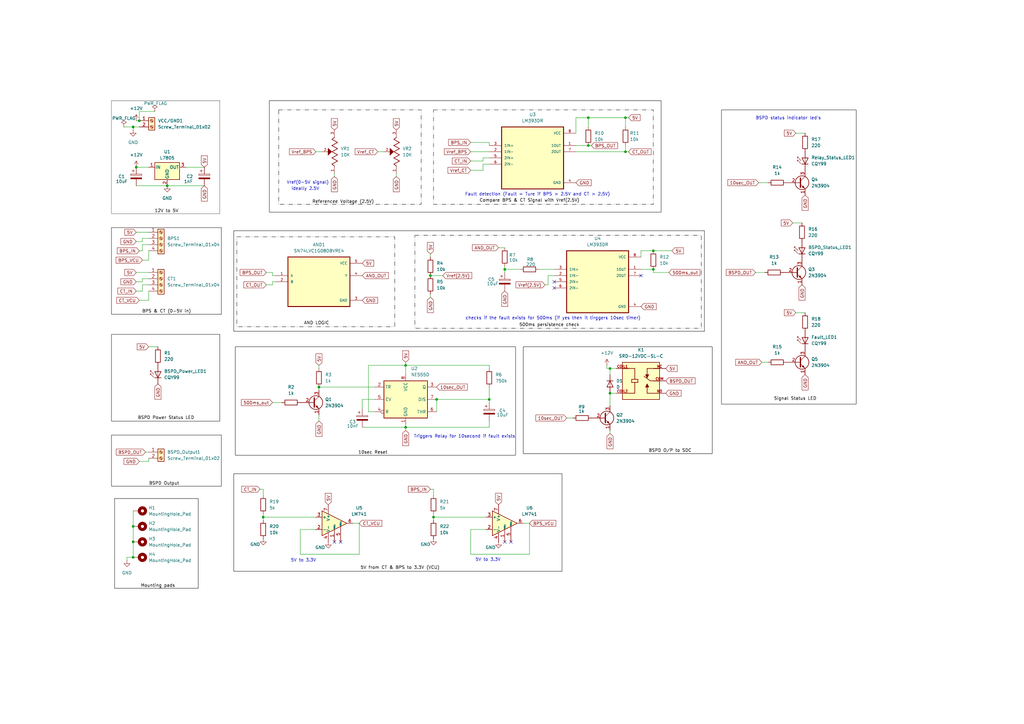
<source format=kicad_sch>
(kicad_sch (version 20231120) (generator "eeschema") (generator_version "8.0")
  (paper "A3")
  (title_block (title "BSPD") (company "Team Urja") (comment 1 "Property of Team Urja"))
  (junction (at 57.15 49.53))
  (junction (at 166.37 175.26))
  (junction (at 130.81 158.75))
  (junction (at 177.8 212.09))
  (junction (at 241.3 59.69))
  (junction (at 267.97 102.87))
  (junction (at 179.07 163.83))
  (junction (at 54.61 222.25))
  (junction (at 55.88 68.58))
  (junction (at 241.3 48.26))
  (junction (at 250.19 151.13))
  (junction (at 256.54 62.23))
  (junction (at 54.61 52.07))
  (junction (at 68.58 76.2))
  (junction (at 207.01 110.49))
  (junction (at 200.66 163.83))
  (junction (at 54.61 215.9))
  (junction (at 267.97 110.49))
  (junction (at 107.95 212.09))
  (junction (at 250.19 161.29))
  (junction (at 256.54 48.26))
  (junction (at 54.61 228.6))
  (junction (at 176.53 113.03))
  (junction (at 166.37 149.86))
  (no_connect (at 139.7 222.25))
  (no_connect (at 227.33 118.11))
  (no_connect (at 227.33 115.57))
  (no_connect (at 262.89 113.03))
  (no_connect (at 137.16 222.25))
  (no_connect (at 207.01 222.25))
  (no_connect (at 209.55 222.25))
  (wire (pts (xy 55.88 115.57) (xy 58.42 115.57)))
  (wire (pts (xy 113.03 115.57) (xy 111.76 115.57)))
  (wire (pts (xy 55.88 99.06) (xy 58.42 99.06)))
  (wire (pts (xy 217.17 214.63) (xy 214.63 214.63)))
  (wire (pts (xy 256.54 62.23) (xy 257.81 62.23)))
  (wire (pts (xy 60.96 106.68) (xy 60.96 102.87)))
  (wire (pts (xy 193.04 217.17) (xy 193.04 227.33)))
  (wire (pts (xy 193.04 62.23) (xy 200.66 62.23)))
  (wire (pts (xy 220.98 110.49) (xy 227.33 110.49)))
  (wire (pts (xy 257.81 48.26) (xy 256.54 48.26)))
  (wire (pts (xy 326.39 128.27) (xy 330.2 128.27)))
  (wire (pts (xy 326.39 54.61) (xy 330.2 54.61)))
  (wire (pts (xy 166.37 149.86) (xy 151.13 149.86)))
  (wire (pts (xy 129.54 217.17) (xy 123.19 217.17)))
  (wire (pts (xy 148.59 163.83) (xy 153.67 163.83)))
  (wire (pts (xy 130.81 158.75) (xy 130.81 160.02)))
  (wire (pts (xy 312.42 148.59) (xy 314.96 148.59)))
  (wire (pts (xy 193.04 227.33) (xy 217.17 227.33)))
  (wire (pts (xy 200.66 67.31) (xy 198.12 67.31)))
  (wire (pts (xy 262.89 102.87) (xy 267.97 102.87)))
  (wire (pts (xy 57.15 189.23) (xy 60.96 189.23)))
  (wire (pts (xy 198.12 66.04) (xy 198.12 64.77)))
  (wire (pts (xy 123.19 227.33) (xy 147.32 227.33)))
  (wire (pts (xy 207.01 110.49) (xy 207.01 111.76)))
  (wire (pts (xy 54.61 52.07) (xy 57.15 52.07)))
  (wire (pts (xy 325.12 91.44) (xy 328.93 91.44)))
  (wire (pts (xy 204.47 101.6) (xy 207.01 101.6)))
  (wire (pts (xy 109.22 111.76) (xy 111.76 111.76)))
  (wire (pts (xy 151.13 149.86) (xy 151.13 168.91)))
  (wire (pts (xy 60.96 119.38) (xy 60.96 123.19)))
  (wire (pts (xy 252.73 151.13) (xy 250.19 151.13)))
  (wire (pts (xy 250.19 177.8) (xy 250.19 176.53)))
  (wire (pts (xy 177.8 212.09) (xy 199.39 212.09)))
  (wire (pts (xy 147.32 214.63) (xy 144.78 214.63)))
  (wire (pts (xy 166.37 175.26) (xy 166.37 173.99)))
  (wire (pts (xy 76.2 68.58) (xy 83.82 68.58)))
  (wire (pts (xy 250.19 161.29) (xy 250.19 166.37)))
  (wire (pts (xy 55.88 111.76) (xy 60.96 111.76)))
  (wire (pts (xy 58.42 97.79) (xy 60.96 97.79)))
  (wire (pts (xy 177.8 213.36) (xy 177.8 212.09)))
  (wire (pts (xy 58.42 116.84) (xy 60.96 116.84)))
  (wire (pts (xy 59.69 185.42) (xy 60.96 185.42)))
  (wire (pts (xy 241.3 59.69) (xy 242.57 59.69)))
  (wire (pts (xy 241.3 48.26) (xy 256.54 48.26)))
  (wire (pts (xy 207.01 110.49) (xy 213.36 110.49)))
  (wire (pts (xy 148.59 167.64) (xy 148.59 163.83)))
  (wire (pts (xy 148.59 175.26) (xy 166.37 175.26)))
  (wire (pts (xy 129.54 62.23) (xy 132.08 62.23)))
  (wire (pts (xy 58.42 116.84) (xy 58.42 119.38)))
  (wire (pts (xy 275.59 102.87) (xy 267.97 102.87)))
  (wire (pts (xy 207.01 109.22) (xy 207.01 110.49)))
  (wire (pts (xy 262.89 110.49) (xy 267.97 110.49)))
  (wire (pts (xy 58.42 106.68) (xy 60.96 106.68)))
  (wire (pts (xy 177.8 200.66) (xy 176.53 200.66)))
  (wire (pts (xy 154.94 62.23) (xy 157.48 62.23)))
  (wire (pts (xy 58.42 115.57) (xy 58.42 114.3)))
  (wire (pts (xy 224.79 113.03) (xy 227.33 113.03)))
  (wire (pts (xy 256.54 48.26) (xy 256.54 52.07)))
  (wire (pts (xy 241.3 48.26) (xy 241.3 52.07)))
  (wire (pts (xy 60.96 189.23) (xy 60.96 187.96)))
  (wire (pts (xy 147.32 227.33) (xy 147.32 214.63)))
  (wire (pts (xy 193.04 58.42) (xy 200.66 58.42)))
  (wire (pts (xy 111.76 116.84) (xy 109.22 116.84)))
  (wire (pts (xy 217.17 227.33) (xy 217.17 214.63)))
  (wire (pts (xy 200.66 149.86) (xy 166.37 149.86)))
  (wire (pts (xy 130.81 158.75) (xy 153.67 158.75)))
  (wire (pts (xy 199.39 217.17) (xy 193.04 217.17)))
  (wire (pts (xy 54.61 215.9) (xy 54.61 222.25)))
  (wire (pts (xy 58.42 99.06) (xy 58.42 97.79)))
  (wire (pts (xy 58.42 119.38) (xy 55.88 119.38)))
  (wire (pts (xy 236.22 59.69) (xy 241.3 59.69)))
  (wire (pts (xy 107.95 200.66) (xy 107.95 203.2)))
  (wire (pts (xy 137.16 71.12) (xy 137.16 72.39)))
  (wire (pts (xy 55.88 49.53) (xy 57.15 49.53)))
  (wire (pts (xy 193.04 66.04) (xy 198.12 66.04)))
  (wire (pts (xy 58.42 114.3) (xy 60.96 114.3)))
  (wire (pts (xy 252.73 161.29) (xy 250.19 161.29)))
  (wire (pts (xy 111.76 165.1) (xy 115.57 165.1)))
  (wire (pts (xy 179.07 163.83) (xy 179.07 168.91)))
  (wire (pts (xy 107.95 212.09) (xy 129.54 212.09)))
  (wire (pts (xy 54.61 228.6) (xy 52.07 228.6)))
  (wire (pts (xy 55.88 76.2) (xy 68.58 76.2)))
  (wire (pts (xy 123.19 217.17) (xy 123.19 227.33)))
  (wire (pts (xy 166.37 176.53) (xy 166.37 175.26)))
  (wire (pts (xy 54.61 222.25) (xy 54.61 228.6)))
  (wire (pts (xy 111.76 115.57) (xy 111.76 116.84)))
  (wire (pts (xy 179.07 163.83) (xy 200.66 163.83)))
  (wire (pts (xy 54.61 53.34) (xy 54.61 52.07)))
  (wire (pts (xy 60.96 68.58) (xy 55.88 68.58)))
  (wire (pts (xy 177.8 200.66) (xy 177.8 203.2)))
  (wire (pts (xy 176.53 104.14) (xy 176.53 105.41)))
  (wire (pts (xy 256.54 59.69) (xy 256.54 62.23)))
  (wire (pts (xy 57.15 45.72) (xy 57.15 49.53)))
  (wire (pts (xy 236.22 48.26) (xy 241.3 48.26)))
  (wire (pts (xy 198.12 69.85) (xy 193.04 69.85)))
  (wire (pts (xy 107.95 210.82) (xy 107.95 212.09)))
  (wire (pts (xy 151.13 168.91) (xy 153.67 168.91)))
  (wire (pts (xy 63.5 45.72) (xy 57.15 45.72)))
  (wire (pts (xy 176.53 120.65) (xy 176.53 121.92)))
  (wire (pts (xy 166.37 153.67) (xy 166.37 149.86)))
  (wire (pts (xy 111.76 111.76) (xy 111.76 113.03)))
  (wire (pts (xy 224.79 116.84) (xy 224.79 113.03)))
  (wire (pts (xy 256.54 62.23) (xy 236.22 62.23)))
  (wire (pts (xy 248.92 149.86) (xy 248.92 151.13)))
  (wire (pts (xy 311.15 74.93) (xy 314.96 74.93)))
  (wire (pts (xy 60.96 142.24) (xy 64.77 142.24)))
  (wire (pts (xy 68.58 76.2) (xy 83.82 76.2)))
  (wire (pts (xy 58.42 102.87) (xy 58.42 100.33)))
  (wire (pts (xy 57.15 102.87) (xy 58.42 102.87)))
  (wire (pts (xy 200.66 172.72) (xy 200.66 175.26)))
  (wire (pts (xy 50.8 52.07) (xy 54.61 52.07)))
  (wire (pts (xy 54.61 209.55) (xy 54.61 215.9)))
  (wire (pts (xy 111.76 113.03) (xy 113.03 113.03)))
  (wire (pts (xy 200.66 58.42) (xy 200.66 59.69)))
  (wire (pts (xy 274.32 111.76) (xy 267.97 111.76)))
  (wire (pts (xy 200.66 158.75) (xy 200.66 163.83)))
  (wire (pts (xy 198.12 64.77) (xy 200.66 64.77)))
  (wire (pts (xy 176.53 113.03) (xy 181.61 113.03)))
  (wire (pts (xy 166.37 175.26) (xy 200.66 175.26)))
  (wire (pts (xy 130.81 170.18) (xy 130.81 172.72)))
  (wire (pts (xy 162.56 71.12) (xy 162.56 72.39)))
  (wire (pts (xy 177.8 210.82) (xy 177.8 212.09)))
  (wire (pts (xy 200.66 163.83) (xy 200.66 165.1)))
  (wire (pts (xy 200.66 151.13) (xy 200.66 149.86)))
  (wire (pts (xy 58.42 100.33) (xy 60.96 100.33)))
  (wire (pts (xy 60.96 123.19) (xy 57.15 123.19)))
  (wire (pts (xy 166.37 148.59) (xy 166.37 149.86)))
  (wire (pts (xy 232.41 171.45) (xy 234.95 171.45)))
  (wire (pts (xy 236.22 54.61) (xy 236.22 48.26)))
  (wire (pts (xy 309.88 111.76) (xy 313.69 111.76)))
  (wire (pts (xy 107.95 213.36) (xy 107.95 212.09)))
  (wire (pts (xy 248.92 151.13) (xy 250.19 151.13)))
  (wire (pts (xy 52.07 228.6) (xy 52.07 229.87)))
  (wire (pts (xy 223.52 116.84) (xy 224.79 116.84)))
  (wire (pts (xy 267.97 111.76) (xy 267.97 110.49)))
  (wire (pts (xy 250.19 151.13) (xy 250.19 153.67)))
  (wire (pts (xy 55.88 95.25) (xy 60.96 95.25)))
  (wire (pts (xy 262.89 105.41) (xy 262.89 102.87)))
  (wire (pts (xy 107.95 200.66) (xy 106.68 200.66)))
  (wire (pts (xy 198.12 67.31) (xy 198.12 69.85)))
  (wire (pts (xy 130.81 149.86) (xy 130.81 151.13)))
  (rectangle (start 45.72 41.275) (end 90.17 87.63) (stroke (width 0.1) (color 0 0 0 1)))
  (rectangle (start 295.91 45.085) (end 351.155 165.735) (stroke (width 0) (color 0 0 0 1)))
  (rectangle (start 95.885 94.615) (end 288.925 135.89) (stroke (width 0) (color 0 0 0 1)))
  (rectangle (start 177.8 45.085) (end 267.97 83.82) (stroke (width 0) (type dash_dot_dot) (color 0 0 0 1)))
  (rectangle (start 114.3 45.085) (end 172.72 83.82) (stroke (width 0) (type dash_dot_dot) (color 0 0 0 1)))
  (rectangle (start 214.63 142.24) (end 292.1 186.055) (stroke (width 0) (color 0 0 0 1)))
  (rectangle (start 110.49 41.275) (end 271.145 86.995) (stroke (width 0) (color 0 0 0 1)))
  (rectangle (start 97.155 97.155) (end 161.925 133.985) (stroke (width 0) (type dash_dot_dot) (color 0 0 0 1)))
  (rectangle (start 96.52 142.24) (end 211.455 186.69) (stroke (width 0) (color 0 0 0 1)))
  (rectangle (start 46.99 204.47) (end 81.28 241.3) (stroke (width 0) (color 0 0 0 1)))
  (rectangle (start 95.885 194.31) (end 230.505 234.315) (stroke (width 0) (color 0 0 0 1)))
  (rectangle (start 45.72 93.345) (end 90.805 128.905) (stroke (width 0) (color 0 0 0 1)))
  (rectangle (start 170.18 96.52) (end 287.655 134.62) (stroke (width 0) (type dash_dot_dot) (color 0 0 0 1)))
  (rectangle (start 45.72 178.435) (end 90.805 199.39) (stroke (width 0) (color 0 0 0 1)))
  (rectangle (start 45.72 137.16) (end 90.17 172.72) (stroke (width 0) (color 0 0 0 1)))
  (text "Triggers Relay for 10second if fault exists\n" (at 190.5 179.07 0) (effects (font (size 1.27 1.27))))
  (text "BSPD Power Status LED" (at 68.072 171.45 0) (effects (font (size 1.27 1.27))))
  (text "AND LOGIC \n" (at 130.302 132.588 0) (effects (font (size 1.27 1.27))))
  (text "5V to 3.3V\n" (at 200.152 229.616 0) (effects (font (size 1.27 1.27))))
  (text "BSPD O/P to SDC" (at 274.828 184.912 0) (effects (font (size 1.27 1.27))))
  (text "checks if the fault exists for 500ms (if yes then it tirggers 10sec timer)" (at 226.822 130.556 0) (effects (font (size 1.27 1.27))))
  (text "10sec Reset" (at 152.908 185.674 0) (effects (font (size 1.27 1.27))))
  (text "BPS & CT (0-5V in)" (at 68.326 127.762 0) (effects (font (size 1.27 1.27))))
  (text "Fault detection (Fault = Ture if BPS > 2.5V and CT > 2.5V)" (at 220.472 79.756 0) (effects (font (size 1.27 1.27))))
  (text "12V to 5V\n" (at 68.326 86.614 0) (effects (font (size 1.27 1.27))))
  (text "Signal Status LED\n" (at 326.136 163.576 0) (effects (font (size 1.27 1.27))))
  (text "Compare BPS & CT Signal with Vref(2.5V)" (at 217.17 82.296 0) (effects (font (size 1.27 1.27))))
  (text "5V from CT & BPS to 3.3V (VCU)" (at 164.084 232.918 0) (effects (font (size 1.27 1.27))))
  (text "Vref(0-5V signal)" (at 126.238 74.93 0) (effects (font (size 1.27 1.27))))
  (text "BSPD status indicator led's\n" (at 323.342 48.514 0) (effects (font (size 1.27 1.27))))
  (text "ideally 2.5V\n" (at 125.222 77.47 0) (effects (font (size 1.27 1.27))))
  (text "Referencee Voltage (2.5V)" (at 140.716 82.804 0) (effects (font (size 1.27 1.27))))
  (text "BSPD Output" (at 67.31 198.374 0) (effects (font (size 1.27 1.27))))
  (text "Mounting pads" (at 64.77 240.284 0) (effects (font (size 1.27 1.27))))
  (text "500ms persistence check" (at 225.298 133.35 0) (effects (font (size 1.27 1.27))))
  (text "5V to 3.3V\n" (at 124.46 229.87 0) (effects (font (size 1.27 1.27))))
  (global_label "GND" (shape input) (at 207.01 119.38 270) (property "Intersheetrefs" "${INTERSHEET_REFS}" (effects (hide yes))))
  (global_label "BPS_IN" (shape input) (at 193.04 58.42 180) (property "Intersheetrefs" "${INTERSHEET_REFS}" (effects (hide yes))))
  (global_label "GND" (shape input) (at 273.05 161.29 0) (property "Intersheetrefs" "${INTERSHEET_REFS}" (effects (hide yes))))
  (global_label "5V" (shape input) (at 176.53 104.14 90) (property "Intersheetrefs" "${INTERSHEET_REFS}" (effects (hide yes))))
  (global_label "Vref_CT" (shape input) (at 193.04 69.85 180) (property "Intersheetrefs" "${INTERSHEET_REFS}" (effects (hide yes))))
  (global_label "GND" (shape input) (at 55.88 115.57 180) (property "Intersheetrefs" "${INTERSHEET_REFS}" (effects (hide yes))))
  (global_label "CT_IN" (shape input) (at 55.88 119.38 180) (property "Intersheetrefs" "${INTERSHEET_REFS}" (effects (hide yes))))
  (global_label "GND" (shape input) (at 148.59 123.19 0) (property "Intersheetrefs" "${INTERSHEET_REFS}" (effects (hide yes))))
  (global_label "5V" (shape input) (at 166.37 148.59 90) (property "Intersheetrefs" "${INTERSHEET_REFS}" (effects (hide yes))))
  (global_label "Vref_BPS" (shape input) (at 129.54 62.23 180) (property "Intersheetrefs" "${INTERSHEET_REFS}" (effects (hide yes))))
  (global_label "5V" (shape input) (at 137.16 53.34 90) (property "Intersheetrefs" "${INTERSHEET_REFS}" (effects (hide yes))))
  (global_label "5V" (shape input) (at 204.47 207.01 90) (property "Intersheetrefs" "${INTERSHEET_REFS}" (effects (hide yes))))
  (global_label "GND" (shape input) (at 328.93 116.84 270) (property "Intersheetrefs" "${INTERSHEET_REFS}" (effects (hide yes))))
  (global_label "GND" (shape input) (at 330.2 80.01 270) (property "Intersheetrefs" "${INTERSHEET_REFS}" (effects (hide yes))))
  (global_label "10sec_OUT" (shape input) (at 232.41 171.45 180) (property "Intersheetrefs" "${INTERSHEET_REFS}" (effects (hide yes))))
  (global_label "5V" (shape input) (at 55.88 95.25 180) (property "Intersheetrefs" "${INTERSHEET_REFS}" (effects (hide yes))))
  (global_label "GND" (shape input) (at 130.81 172.72 270) (property "Intersheetrefs" "${INTERSHEET_REFS}" (effects (hide yes))))
  (global_label "CT_IN" (shape input) (at 106.68 200.66 180) (property "Intersheetrefs" "${INTERSHEET_REFS}" (effects (hide yes))))
  (global_label "CT_VCU" (shape input) (at 147.32 214.63 0) (property "Intersheetrefs" "${INTERSHEET_REFS}" (effects (hide yes))))
  (global_label "5V" (shape input) (at 326.39 128.27 180) (property "Intersheetrefs" "${INTERSHEET_REFS}" (effects (hide yes))))
  (global_label "GND" (shape input) (at 166.37 176.53 270) (property "Intersheetrefs" "${INTERSHEET_REFS}" (effects (hide yes))))
  (global_label "10sec_OUT" (shape input) (at 179.07 158.75 0) (property "Intersheetrefs" "${INTERSHEET_REFS}" (effects (hide yes))))
  (global_label "5V" (shape input) (at 275.59 102.87 0) (property "Intersheetrefs" "${INTERSHEET_REFS}" (effects (hide yes))))
  (global_label "CT_IN" (shape input) (at 193.04 66.04 180) (property "Intersheetrefs" "${INTERSHEET_REFS}" (effects (hide yes))))
  (global_label "GND" (shape input) (at 64.77 157.48 270) (property "Intersheetrefs" "${INTERSHEET_REFS}" (effects (hide yes))))
  (global_label "GND" (shape input) (at 250.19 177.8 270) (property "Intersheetrefs" "${INTERSHEET_REFS}" (effects (hide yes))))
  (global_label "BSPD_OUT" (shape input) (at 309.88 111.76 180) (property "Intersheetrefs" "${INTERSHEET_REFS}" (effects (hide yes))))
  (global_label "CT_OUT" (shape input) (at 109.22 116.84 180) (property "Intersheetrefs" "${INTERSHEET_REFS}" (effects (hide yes))))
  (global_label "BPS_IN" (shape input) (at 176.53 200.66 180) (property "Intersheetrefs" "${INTERSHEET_REFS}" (effects (hide yes))))
  (global_label "GND" (shape input) (at 137.16 72.39 270) (property "Intersheetrefs" "${INTERSHEET_REFS}" (effects (hide yes))))
  (global_label "5V" (shape input) (at 326.39 54.61 180) (property "Intersheetrefs" "${INTERSHEET_REFS}" (effects (hide yes))))
  (global_label "BPS_VCU" (shape input) (at 217.17 214.63 0) (property "Intersheetrefs" "${INTERSHEET_REFS}" (effects (hide yes))))
  (global_label "GND" (shape input) (at 176.53 121.92 270) (property "Intersheetrefs" "${INTERSHEET_REFS}" (effects (hide yes))))
  (global_label "Vref_BPS" (shape input) (at 193.04 62.23 180) (property "Intersheetrefs" "${INTERSHEET_REFS}" (effects (hide yes))))
  (global_label "5V" (shape input) (at 273.05 151.13 0) (property "Intersheetrefs" "${INTERSHEET_REFS}" (effects (hide yes))))
  (global_label "10sec_OUT" (shape input) (at 311.15 74.93 180) (property "Intersheetrefs" "${INTERSHEET_REFS}" (effects (hide yes))))
  (global_label "GND" (shape input) (at 83.82 76.2 270) (property "Intersheetrefs" "${INTERSHEET_REFS}" (effects (hide yes))))
  (global_label "GND" (shape input) (at 57.15 189.23 180) (property "Intersheetrefs" "${INTERSHEET_REFS}" (effects (hide yes))))
  (global_label "AND_OUT" (shape input) (at 148.59 113.03 0) (property "Intersheetrefs" "${INTERSHEET_REFS}" (effects (hide yes))))
  (global_label "5V" (shape input) (at 148.59 107.95 0) (property "Intersheetrefs" "${INTERSHEET_REFS}" (effects (hide yes))))
  (global_label "AND_OUT" (shape input) (at 204.47 101.6 180) (property "Intersheetrefs" "${INTERSHEET_REFS}" (effects (hide yes))))
  (global_label "BPS_VCU" (shape input) (at 58.42 106.68 180) (property "Intersheetrefs" "${INTERSHEET_REFS}" (effects (hide yes))))
  (global_label "GND" (shape input) (at 162.56 72.39 270) (property "Intersheetrefs" "${INTERSHEET_REFS}" (effects (hide yes))))
  (global_label "BSPD_OUT" (shape input) (at 59.69 185.42 180) (property "Intersheetrefs" "${INTERSHEET_REFS}" (effects (hide yes))))
  (global_label "5V" (shape input) (at 134.62 207.01 90) (property "Intersheetrefs" "${INTERSHEET_REFS}" (effects (hide yes))))
  (global_label "5V" (shape input) (at 162.56 53.34 90) (property "Intersheetrefs" "${INTERSHEET_REFS}" (effects (hide yes))))
  (global_label "CT_OUT" (shape input) (at 257.81 62.23 0) (property "Intersheetrefs" "${INTERSHEET_REFS}" (effects (hide yes))))
  (global_label "CT_VCU" (shape input) (at 57.15 123.19 180) (property "Intersheetrefs" "${INTERSHEET_REFS}" (effects (hide yes))))
  (global_label "BPS_OUT" (shape input) (at 242.57 59.69 0) (property "Intersheetrefs" "${INTERSHEET_REFS}" (effects (hide yes))))
  (global_label "BSPD_OUT" (shape input) (at 273.05 156.21 0) (property "Intersheetrefs" "${INTERSHEET_REFS}" (effects (hide yes))))
  (global_label "AND_OUT" (shape input) (at 312.42 148.59 180) (property "Intersheetrefs" "${INTERSHEET_REFS}" (effects (hide yes))))
  (global_label "5V" (shape input) (at 130.81 149.86 90) (property "Intersheetrefs" "${INTERSHEET_REFS}" (effects (hide yes))))
  (global_label "GND" (shape input) (at 55.88 99.06 180) (property "Intersheetrefs" "${INTERSHEET_REFS}" (effects (hide yes))))
  (global_label "Vref_CT" (shape input) (at 154.94 62.23 180) (property "Intersheetrefs" "${INTERSHEET_REFS}" (effects (hide yes))))
  (global_label "500ms_out" (shape input) (at 274.32 111.76 0) (property "Intersheetrefs" "${INTERSHEET_REFS}" (effects (hide yes))))
  (global_label "BPS_IN" (shape input) (at 57.15 102.87 180) (property "Intersheetrefs" "${INTERSHEET_REFS}" (effects (hide yes))))
  (global_label "GND" (shape input) (at 236.22 74.93 0) (property "Intersheetrefs" "${INTERSHEET_REFS}" (effects (hide yes))))
  (global_label "5V" (shape input) (at 257.81 48.26 0) (property "Intersheetrefs" "${INTERSHEET_REFS}" (effects (hide yes))))
  (global_label "500ms_out" (shape input) (at 111.76 165.1 180) (property "Intersheetrefs" "${INTERSHEET_REFS}" (effects (hide yes))))
  (global_label "BPS_OUT" (shape input) (at 109.22 111.76 180) (property "Intersheetrefs" "${INTERSHEET_REFS}" (effects (hide yes))))
  (global_label "Vref(2.5V)" (shape input) (at 223.52 116.84 180) (property "Intersheetrefs" "${INTERSHEET_REFS}" (effects (hide yes))))
  (global_label "GND" (shape input) (at 330.2 153.67 270) (property "Intersheetrefs" "${INTERSHEET_REFS}" (effects (hide yes))))
  (global_label "5V" (shape input) (at 55.88 111.76 180) (property "Intersheetrefs" "${INTERSHEET_REFS}" (effects (hide yes))))
  (global_label "5V" (shape input) (at 83.82 68.58 90) (property "Intersheetrefs" "${INTERSHEET_REFS}" (effects (hide yes))))
  (global_label "5V" (shape input) (at 60.96 142.24 180) (property "Intersheetrefs" "${INTERSHEET_REFS}" (effects (hide yes))))
  (global_label "GND" (shape input) (at 262.89 125.73 0) (property "Intersheetrefs" "${INTERSHEET_REFS}" (effects (hide yes))))
  (global_label "Vref(2.5V)" (shape input) (at 181.61 113.03 0) (property "Intersheetrefs" "${INTERSHEET_REFS}" (effects (hide yes))))
  (global_label "5V" (shape input) (at 325.12 91.44 180) (property "Intersheetrefs" "${INTERSHEET_REFS}" (effects (hide yes))))
  (symbol (lib_id "power:+12V") (at 55.88 68.58 0) (unit 1)
    (property "Reference" "#PWR03" (effects (hide yes)))
    (property "Value" "+12V" (at 55.88 63.5 0))
    (property "Description" "Power symbol creates a global label with name \"+12V\"" (effects (hide yes)))
  )
  (symbol (lib_id "Device:R") (at 330.2 132.08 180) (unit 1)
    (property "Reference" "R18" (at 332.74 130.8099 0) (effects (justify right)))
    (property "Value" "220" (at 332.74 133.3499 0) (effects (justify right)))
    (property "Footprint" "Resistor_THT:R_Axial_DIN0207_L6.3mm_D2.5mm_P10.16mm_Horizontal" (effects (hide yes)))
    (property "Description" "Resistor" (effects (hide yes)))
  )
  (symbol (lib_id "Transistor_BJT:2N3904") (at 247.65 171.45 0) (unit 1)
    (property "Reference" "Q2" (at 252.73 170.1799 0) (effects (justify left)))
    (property "Value" "2N3904" (at 252.73 172.7199 0) (effects (justify left)))
    (property "Footprint" "Package_TO_SOT_THT:TO-92_Inline" (effects (hide yes)))
    (property "Datasheet" "https://www.onsemi.com/pub/Collateral/2N3903-D.PDF" (effects (hide yes)))
    (property "Description" "0.2A Ic, 40V Vce, Small Signal NPN Transistor, TO-92" (effects (hide yes)))
  )
  (symbol (lib_id "Connector:Screw_Terminal_01x04") (at 66.04 97.79 0) (unit 1)
    (property "Reference" "BPS1" (at 68.58 97.7899 0) (effects (justify left)))
    (property "Value" "Screw_Terminal_01x04" (at 68.58 100.3299 0) (effects (justify left)))
    (property "Footprint" "Connector_PinHeader_2.54mm:PinHeader_1x04_P2.54mm_Vertical" (effects (hide yes)))
    (property "Description" "Generic screw terminal, single row, 01x04, script generated (kicad-library-utils/schlib/autogen/connector/)" (effects (hide yes)))
  )
  (symbol (lib_id "Transistor_BJT:2N3904") (at 326.39 111.76 0) (unit 1)
    (property "Reference" "Q3" (at 331.47 110.4899 0) (effects (justify left)))
    (property "Value" "2N3904" (at 331.47 113.0299 0) (effects (justify left)))
    (property "Footprint" "Package_TO_SOT_THT:TO-92_Inline" (effects (hide yes)))
    (property "Datasheet" "https://www.onsemi.com/pub/Collateral/2N3903-D.PDF" (effects (hide yes)))
    (property "Description" "0.2A Ic, 40V Vce, Small Signal NPN Transistor, TO-92" (effects (hide yes)))
  )
  (symbol (lib_id "power:GND") (at 68.58 76.2 0) (unit 1)
    (property "Reference" "#PWR04" (effects (hide yes)))
    (property "Value" "GND" (at 68.58 81.28 0))
    (property "Description" "Power symbol creates a global label with name \"GND\" , ground" (effects (hide yes)))
  )
  (symbol (lib_id "Device:R") (at 241.3 55.88 0) (unit 1)
    (property "Reference" "R10" (at 243.84 54.6099 0) (effects (justify left)))
    (property "Value" "10k" (at 243.84 57.1499 0) (effects (justify left)))
    (property "Footprint" "Resistor_THT:R_Axial_DIN0207_L6.3mm_D2.5mm_P10.16mm_Horizontal" (effects (hide yes)))
    (property "Description" "Resistor" (effects (hide yes)))
  )
  (symbol (lib_id "Device:R") (at 107.95 217.17 0) (unit 1)
    (property "Reference" "R20" (at 110.49 215.8999 0) (effects (justify left)))
    (property "Value" "10k" (at 110.49 218.4399 0) (effects (justify left)))
    (property "Footprint" "Resistor_THT:R_Axial_DIN0204_L3.6mm_D1.6mm_P5.08mm_Horizontal" (effects (hide yes)))
    (property "Description" "Resistor" (effects (hide yes)))
  )
  (symbol (lib_id "Device:R") (at 176.53 116.84 0) (unit 1)
    (property "Reference" "R5" (at 179.07 115.5699 0) (effects (justify left)))
    (property "Value" "10k" (at 179.07 118.1099 0) (effects (justify left)))
    (property "Footprint" "Resistor_THT:R_Axial_DIN0207_L6.3mm_D2.5mm_P10.16mm_Horizontal" (effects (hide yes)))
    (property "Description" "Resistor" (effects (hide yes)))
  )
  (symbol (lib_id "Device:R") (at 177.8 217.17 0) (unit 1)
    (property "Reference" "R22" (at 180.34 215.8999 0) (effects (justify left)))
    (property "Value" "10k" (at 180.34 218.4399 0) (effects (justify left)))
    (property "Footprint" "Resistor_THT:R_Axial_DIN0204_L3.6mm_D1.6mm_P5.08mm_Horizontal" (effects (hide yes)))
    (property "Description" "Resistor" (effects (hide yes)))
  )
  (symbol (lib_id "Connector:Screw_Terminal_01x02") (at 62.23 49.53 0) (unit 1)
    (property "Reference" "VCC/GND1" (at 64.77 49.5299 0) (effects (justify left)))
    (property "Value" "Screw_Terminal_01x02" (at 64.77 52.0699 0) (effects (justify left)))
    (property "Footprint" "Connector_PinHeader_2.54mm:PinHeader_1x02_P2.54mm_Vertical" (effects (hide yes)))
    (property "Description" "Generic screw terminal, single row, 01x02, script generated (kicad-library-utils/schlib/autogen/connector/)" (effects (hide yes)))
  )
  (symbol (lib_id "LED:CQY99") (at 330.2 64.77 90) (unit 1)
    (property "Reference" "Relay_Status_LED1" (at 332.74 64.6429 90) (effects (justify right)))
    (property "Value" "CQY99" (at 332.74 67.1829 90) (effects (justify right)))
    (property "Footprint" "LED_THT:LED_D5.0mm_IRGrey" (effects (hide yes)))
    (property "Datasheet" "https://www.prtice.info/IMG/pdf/CQY99.pdf" (effects (hide yes)))
    (property "Description" "950nm IR-LED, 5mm" (effects (hide yes)))
  )
  (symbol (lib_id "Device:R") (at 64.77 146.05 180) (unit 1)
    (property "Reference" "R1" (at 67.31 144.7799 0) (effects (justify right)))
    (property "Value" "220" (at 67.31 147.3199 0) (effects (justify right)))
    (property "Footprint" "Resistor_THT:R_Axial_DIN0207_L6.3mm_D2.5mm_P10.16mm_Horizontal" (effects (hide yes)))
    (property "Description" "Resistor" (effects (hide yes)))
  )
  (symbol (lib_id "Device:R") (at 200.66 154.94 180) (unit 1)
    (property "Reference" "R6" (at 203.2 153.6699 0) (effects (justify right)))
    (property "Value" "750k" (at 203.2 156.2099 0) (effects (justify right)))
    (property "Footprint" "Resistor_THT:R_Axial_DIN0207_L6.3mm_D2.5mm_P10.16mm_Horizontal" (effects (hide yes)))
    (property "Description" "Resistor" (effects (hide yes)))
  )
  (symbol (lib_id "power:+12V") (at 55.88 49.53 0) (unit 1)
    (property "Reference" "#PWR02" (effects (hide yes)))
    (property "Value" "+12V" (at 55.88 44.45 0))
    (property "Description" "Power symbol creates a global label with name \"+12V\"" (effects (hide yes)))
  )
  (symbol (lib_id "Amplifier_Operational:LM741") (at 207.01 214.63 0) (unit 1)
    (property "Reference" "U6" (at 217.17 208.3114 0))
    (property "Value" "LM741" (at 217.17 210.8514 0))
    (property "Footprint" "LM741CN_NOPB:DIP794W45P254L959H508Q8" (effects (hide yes)))
    (property "Datasheet" "http://www.ti.com/lit/ds/symlink/lm741.pdf" (effects (hide yes)))
    (property "Description" "Operational Amplifier, DIP-8/TO-99-8" (effects (hide yes)))
  )
  (symbol (lib_id "Transistor_BJT:2N3904") (at 327.66 74.93 0) (unit 1)
    (property "Reference" "Q4" (at 332.74 73.6599 0) (effects (justify left)))
    (property "Value" "2N3904" (at 332.74 76.1999 0) (effects (justify left)))
    (property "Footprint" "Package_TO_SOT_THT:TO-92_Inline" (effects (hide yes)))
    (property "Datasheet" "https://www.onsemi.com/pub/Collateral/2N3903-D.PDF" (effects (hide yes)))
    (property "Description" "0.2A Ic, 40V Vce, Small Signal NPN Transistor, TO-92" (effects (hide yes)))
  )
  (symbol (lib_id "Transistor_BJT:2N3904") (at 128.27 165.1 0) (unit 1)
    (property "Reference" "Q1" (at 133.35 163.8299 0) (effects (justify left)))
    (property "Value" "2N3904" (at 133.35 166.3699 0) (effects (justify left)))
    (property "Footprint" "Package_TO_SOT_THT:TO-92_Inline" (effects (hide yes)))
    (property "Datasheet" "https://www.onsemi.com/pub/Collateral/2N3903-D.PDF" (effects (hide yes)))
    (property "Description" "0.2A Ic, 40V Vce, Small Signal NPN Transistor, TO-92" (effects (hide yes)))
  )
  (symbol (lib_id "Transistor_BJT:2N3904") (at 327.66 148.59 0) (unit 1)
    (property "Reference" "Q5" (at 332.74 147.3199 0) (effects (justify left)))
    (property "Value" "2N3904" (at 332.74 149.8599 0) (effects (justify left)))
    (property "Footprint" "Package_TO_SOT_THT:TO-92_Inline" (effects (hide yes)))
    (property "Datasheet" "https://www.onsemi.com/pub/Collateral/2N3903-D.PDF" (effects (hide yes)))
    (property "Description" "0.2A Ic, 40V Vce, Small Signal NPN Transistor, TO-92" (effects (hide yes)))
  )
  (symbol (lib_id "power:PWR_FLAG") (at 63.5 45.72 0) (unit 1)
    (property "Reference" "#FLG02" (effects (hide yes)))
    (property "Value" "PWR_FLAG" (at 63.754 42.418 0))
    (property "Description" "Special symbol for telling ERC where power comes from" (effects (hide yes)))
  )
  (symbol (lib_id "Device:R") (at 207.01 105.41 0) (unit 1)
    (property "Reference" "R7" (at 208.788 104.648 0) (effects (justify left)))
    (property "Value" "10k" (at 208.788 106.68 0) (effects (justify left)))
    (property "Footprint" "Resistor_THT:R_Axial_DIN0207_L6.3mm_D2.5mm_P10.16mm_Horizontal" (effects (hide yes)))
    (property "Description" "Resistor" (effects (hide yes)))
  )
  (symbol (lib_id "Mechanical:MountingHole_Pad") (at 57.15 215.9 270) (unit 1) (exclude_from_sim yes) (in_bom no)
    (property "Reference" "H2" (at 60.96 214.6299 90) (effects (justify left)))
    (property "Value" "MountingHole_Pad" (at 60.96 217.1699 90) (effects (justify left)))
    (property "Footprint" "MountingHole:MountingHole_2.2mm_M2_ISO7380_Pad" (effects (hide yes)))
    (property "Description" "Mounting Hole with connection" (effects (hide yes)))
  )
  (symbol (lib_id "Device:R") (at 177.8 207.01 0) (unit 1)
    (property "Reference" "R21" (at 180.34 205.7399 0) (effects (justify left)))
    (property "Value" "5k" (at 180.34 208.2799 0) (effects (justify left)))
    (property "Footprint" "Resistor_THT:R_Axial_DIN0204_L3.6mm_D1.6mm_P5.08mm_Horizontal" (effects (hide yes)))
    (property "Description" "Resistor" (effects (hide yes)))
  )
  (symbol (lib_id "Trimmer Pot:3296W-OT1-103LF") (at 162.56 62.23 90) (unit 1)
    (property "Reference" "VR2" (at 165.1 60.9599 90) (effects (justify right)))
    (property "Value" "10K" (at 165.1 63.4999 90) (effects (justify right)))
    (property "Footprint" "Trimmer Pot:TRIM_3296W-OT1-103LF" (effects (hide yes)))
    (property "MF" "Bourns" (effects (hide yes)))
    (property "Description_1" "\nTrimmer Resistors - Through Hole 3/8 SQ CERMET 10K SEALED TRIM POT\n" (effects (hide yes)))
    (property "Package" "NON STANDARD-3 Bourns" (effects (hide yes)))
    (property "Price" "None" (effects (hide yes)))
    (property "Check_prices" "https://www.snapeda.com/parts/3296W-OT1-103LF/Bourns/view-part/?ref=eda" (effects (hide yes)))
    (property "STANDARD" "Manufacturer Recommendation" (effects (hide yes)))
    (property "PARTREV" "05/16" (effects (hide yes)))
    (property "SnapEDA_Link" "https://www.snapeda.com/parts/3296W-OT1-103LF/Bourns/view-part/?ref=snap" (effects (hide yes)))
    (property "MP" "3296W-OT1-103LF" (effects (hide yes)))
    (property "Availability" "In Stock" (effects (hide yes)))
    (property "MANUFACTURER" "Bourns" (effects (hide yes)))
  )
  (symbol (lib_id "Device:R") (at 330.2 58.42 180) (unit 1)
    (property "Reference" "R17" (at 332.74 57.1499 0) (effects (justify right)))
    (property "Value" "220" (at 332.74 59.6899 0) (effects (justify right)))
    (property "Footprint" "Resistor_THT:R_Axial_DIN0207_L6.3mm_D2.5mm_P10.16mm_Horizontal" (effects (hide yes)))
    (property "Description" "Resistor" (effects (hide yes)))
  )
  (symbol (lib_id "Mechanical:MountingHole_Pad") (at 57.15 209.55 270) (unit 1) (exclude_from_sim yes) (in_bom no)
    (property "Reference" "H1" (at 60.96 208.2799 90) (effects (justify left)))
    (property "Value" "MountingHole_Pad" (at 60.96 210.8199 90) (effects (justify left)))
    (property "Footprint" "MountingHole:MountingHole_2.2mm_M2_ISO7380_Pad" (effects (hide yes)))
    (property "Description" "Mounting Hole with connection" (effects (hide yes)))
  )
  (symbol (lib_id "Device:D") (at 250.19 157.48 270) (unit 1)
    (property "Reference" "D1" (at 252.73 156.2099 90) (effects (justify left)))
    (property "Value" "D" (at 252.73 158.7499 90) (effects (justify left)))
    (property "Footprint" "Diode_THT:D_DO-35_SOD27_P7.62mm_Horizontal" (effects (hide yes)))
    (property "Description" "Diode" (effects (hide yes)))
    (property "Sim.Device" "D" (effects (hide yes)))
    (property "Sim.Pins" "1=K 2=A" (effects (hide yes)))
  )
  (symbol (lib_id "power:GND") (at 107.95 220.98 0) (unit 1)
    (property "Reference" "#PWR08" (effects (hide yes)))
    (property "Value" "GND" (at 104.648 223.266 0))
    (property "Description" "Power symbol creates a global label with name \"GND\" , ground" (effects (hide yes)))
  )
  (symbol (lib_id "Device:R") (at 256.54 55.88 0) (unit 1)
    (property "Reference" "R11" (at 258.318 54.61 0) (effects (justify left)))
    (property "Value" "10k" (at 258.318 57.15 0) (effects (justify left)))
    (property "Footprint" "Resistor_THT:R_Axial_DIN0207_L6.3mm_D2.5mm_P10.16mm_Horizontal" (effects (hide yes)))
    (property "Description" "Resistor" (effects (hide yes)))
  )
  (symbol (lib_id "Device:R") (at 318.77 74.93 90) (unit 1)
    (property "Reference" "R14" (at 318.77 68.58 90))
    (property "Value" "1k" (at 318.77 71.12 90))
    (property "Footprint" "Resistor_THT:R_Axial_DIN0207_L6.3mm_D2.5mm_P10.16mm_Horizontal" (effects (hide yes)))
    (property "Description" "Resistor" (effects (hide yes)))
  )
  (symbol (lib_id "Relay SPDT 12V:SRD-12VDC-SL-C") (at 262.89 156.21 0) (unit 1)
    (property "Reference" "K1" (at 262.89 143.51 0))
    (property "Value" "SRD-12VDC-SL-C" (at 262.89 146.05 0))
    (property "Footprint" "Relay SPDT 12V:RELAY_SRD-12VDC-SL-C" (effects (hide yes)))
    (property "MF" "Songle Relay" (effects (hide yes)))
    (property "MAXIMUM_PACKAGE_HEIGHT" "15.8 mm" (effects (hide yes)))
    (property "Package" "NON STANDARD-5 Songle Relay" (effects (hide yes)))
    (property "Price" "None" (effects (hide yes)))
    (property "Check_prices" "https://www.snapeda.com/parts/SRD-12VDC-SL-C/Songle+Relay/view-part/?ref=eda" (effects (hide yes)))
    (property "STANDARD" "IPC 7351B" (effects (hide yes)))
    (property "PARTREV" "1.0" (effects (hide yes)))
    (property "SnapEDA_Link" "https://www.snapeda.com/parts/SRD-12VDC-SL-C/Songle+Relay/view-part/?ref=snap" (effects (hide yes)))
    (property "MP" "SRD-12VDC-SL-C" (effects (hide yes)))
    (property "Description_1" "\nGeneral Purpose Non Latching 12VDC SPDT Through Hole Relays RoHS\n" (effects (hide yes)))
    (property "Availability" "In Stock" (effects (hide yes)))
    (property "MANUFACTURER" "Songle Relay" (effects (hide yes)))
  )
  (symbol (lib_id "power:GND") (at 177.8 220.98 0) (unit 1)
    (property "Reference" "#PWR09" (effects (hide yes)))
    (property "Value" "GND" (at 174.498 223.266 0))
    (property "Description" "Power symbol creates a global label with name \"GND\" , ground" (effects (hide yes)))
  )
  (symbol (lib_id "Device:R") (at 130.81 154.94 180) (unit 1)
    (property "Reference" "R3" (at 133.35 153.6699 0) (effects (justify right)))
    (property "Value" "1k" (at 133.35 156.2099 0) (effects (justify right)))
    (property "Footprint" "Resistor_THT:R_Axial_DIN0207_L6.3mm_D2.5mm_P10.16mm_Horizontal" (effects (hide yes)))
    (property "Description" "Resistor" (effects (hide yes)))
  )
  (symbol (lib_id "power:GND") (at 204.47 222.25 0) (unit 1)
    (property "Reference" "#PWR010" (effects (hide yes)))
    (property "Value" "GND" (at 201.168 224.536 0))
    (property "Description" "Power symbol creates a global label with name \"GND\" , ground" (effects (hide yes)))
  )
  (symbol (lib_id "power:+12V") (at 248.92 149.86 0) (unit 1)
    (property "Reference" "#PWR05" (effects (hide yes)))
    (property "Value" "+12V" (at 248.92 144.78 0))
    (property "Description" "Power symbol creates a global label with name \"+12V\"" (effects (hide yes)))
  )
  (symbol (lib_id "power:GND") (at 134.62 222.25 0) (unit 1)
    (property "Reference" "#PWR07" (effects (hide yes)))
    (property "Value" "GND" (at 131.318 224.536 0))
    (property "Description" "Power symbol creates a global label with name \"GND\" , ground" (effects (hide yes)))
  )
  (symbol (lib_id "LM393DR:LM393DR") (at 218.44 64.77 0) (unit 1)
    (property "Reference" "U3" (at 218.44 46.99 0))
    (property "Value" "LM393DR" (at 218.44 49.53 0))
    (property "Footprint" "LM393_THT:DIP794W45P254L959H508Q8" (effects (hide yes)))
    (property "MF" "Texas Instruments" (effects (hide yes)))
    (property "Description_1" "\nDual differential comparator, commercial grade\n" (effects (hide yes)))
    (property "Package" "SOIC-8 Texas Instruments" (effects (hide yes)))
    (property "Price" "None" (effects (hide yes)))
    (property "SnapEDA_Link" "https://www.snapeda.com/parts/LM393DR/Texas+Instruments/view-part/?ref=snap" (effects (hide yes)))
    (property "MP" "LM393DR" (effects (hide yes)))
    (property "Purchase-URL" "https://www.snapeda.com/api/url_track_click_mouser/?unipart_id=6437&manufacturer=Texas Instruments&part_name=LM393DR&search_term=None" (effects (hide yes)))
    (property "Availability" "In Stock" (effects (hide yes)))
    (property "Check_prices" "https://www.snapeda.com/parts/LM393DR/Texas+Instruments/view-part/?ref=eda" (effects (hide yes)))
  )
  (symbol (lib_id "LED:CQY99") (at 330.2 138.43 90) (unit 1)
    (property "Reference" "Fault_LED1" (at 332.74 138.3029 90) (effects (justify right)))
    (property "Value" "CQY99" (at 332.74 140.8429 90) (effects (justify right)))
    (property "Footprint" "LED_THT:LED_D5.0mm_IRGrey" (effects (hide yes)))
    (property "Datasheet" "https://www.prtice.info/IMG/pdf/CQY99.pdf" (effects (hide yes)))
    (property "Description" "950nm IR-LED, 5mm" (effects (hide yes)))
  )
  (symbol (lib_id "LM393DR:LM393DR") (at 245.11 115.57 0) (unit 1)
    (property "Reference" "U4" (at 245.11 97.79 0))
    (property "Value" "LM393DR" (at 245.11 100.33 0))
    (property "Footprint" "LM393_THT:DIP794W45P254L959H508Q8" (effects (hide yes)))
    (property "MF" "Texas Instruments" (effects (hide yes)))
    (property "Description_1" "\nDual differential comparator, commercial grade\n" (effects (hide yes)))
    (property "Package" "SOIC-8 Texas Instruments" (effects (hide yes)))
    (property "Price" "None" (effects (hide yes)))
    (property "SnapEDA_Link" "https://www.snapeda.com/parts/LM393DR/Texas+Instruments/view-part/?ref=snap" (effects (hide yes)))
    (property "MP" "LM393DR" (effects (hide yes)))
    (property "Purchase-URL" "https://www.snapeda.com/api/url_track_click_mouser/?unipart_id=6437&manufacturer=Texas Instruments&part_name=LM393DR&search_term=None" (effects (hide yes)))
    (property "Availability" "In Stock" (effects (hide yes)))
    (property "Check_prices" "https://www.snapeda.com/parts/LM393DR/Texas+Instruments/view-part/?ref=eda" (effects (hide yes)))
  )
  (symbol (lib_id "Device:C_Polarized") (at 148.59 171.45 0) (unit 1)
    (property "Reference" "C3" (at 143.256 172.974 0) (effects (justify left)))
    (property "Value" "10nF" (at 142.24 174.752 0) (effects (justify left)))
    (property "Footprint" "Capacitor_THT:CP_Radial_D4.0mm_P2.00mm" (effects (hide yes)))
    (property "Description" "Polarized capacitor" (effects (hide yes)))
  )
  (symbol (lib_id "Device:R") (at 317.5 111.76 90) (unit 1)
    (property "Reference" "R13" (at 317.5 105.41 90))
    (property "Value" "1k" (at 317.5 107.95 90))
    (property "Footprint" "Resistor_THT:R_Axial_DIN0207_L6.3mm_D2.5mm_P10.16mm_Horizontal" (effects (hide yes)))
    (property "Description" "Resistor" (effects (hide yes)))
  )
  (symbol (lib_id "Device:C_Polarized") (at 55.88 72.39 0) (unit 1)
    (property "Reference" "C1" (at 48.514 72.39 0) (effects (justify left)))
    (property "Value" "10uF" (at 47.498 74.422 0) (effects (justify left)))
    (property "Footprint" "Capacitor_THT:CP_Radial_D4.0mm_P2.00mm" (effects (hide yes)))
    (property "Description" "Polarized capacitor" (effects (hide yes)))
  )
  (symbol (lib_id "Trimmer Pot:3296W-OT1-103LF") (at 137.16 62.23 90) (unit 1)
    (property "Reference" "VR1" (at 139.7 60.9599 90) (effects (justify right)))
    (property "Value" "10K" (at 139.7 63.4999 90) (effects (justify right)))
    (property "Footprint" "Trimmer Pot:TRIM_3296W-OT1-103LF" (effects (hide yes)))
    (property "MF" "Bourns" (effects (hide yes)))
    (property "Description_1" "\nTrimmer Resistors - Through Hole 3/8 SQ CERMET 10K SEALED TRIM POT\n" (effects (hide yes)))
    (property "Package" "NON STANDARD-3 Bourns" (effects (hide yes)))
    (property "Price" "None" (effects (hide yes)))
    (property "Check_prices" "https://www.snapeda.com/parts/3296W-OT1-103LF/Bourns/view-part/?ref=eda" (effects (hide yes)))
    (property "STANDARD" "Manufacturer Recommendation" (effects (hide yes)))
    (property "PARTREV" "05/16" (effects (hide yes)))
    (property "SnapEDA_Link" "https://www.snapeda.com/parts/3296W-OT1-103LF/Bourns/view-part/?ref=snap" (effects (hide yes)))
    (property "MP" "3296W-OT1-103LF" (effects (hide yes)))
    (property "Availability" "In Stock" (effects (hide yes)))
    (property "MANUFACTURER" "Bourns" (effects (hide yes)))
  )
  (symbol (lib_id "power:GND") (at 52.07 229.87 0) (unit 1)
    (property "Reference" "#PWR06" (effects (hide yes)))
    (property "Value" "GND" (at 52.07 234.95 0))
    (property "Description" "Power symbol creates a global label with name \"GND\" , ground" (effects (hide yes)))
  )
  (symbol (lib_id "Amplifier_Operational:LM741") (at 137.16 214.63 0) (unit 1)
    (property "Reference" "U5" (at 147.32 208.3114 0))
    (property "Value" "LM741" (at 147.32 210.8514 0))
    (property "Footprint" "LM741CN_NOPB:DIP794W45P254L959H508Q8" (effects (hide yes)))
    (property "Datasheet" "http://www.ti.com/lit/ds/symlink/lm741.pdf" (effects (hide yes)))
    (property "Description" "Operational Amplifier, DIP-8/TO-99-8" (effects (hide yes)))
  )
  (symbol (lib_id "Device:R") (at 318.77 148.59 90) (unit 1)
    (property "Reference" "R15" (at 318.77 142.24 90))
    (property "Value" "1k" (at 318.77 144.78 90))
    (property "Footprint" "Resistor_THT:R_Axial_DIN0207_L6.3mm_D2.5mm_P10.16mm_Horizontal" (effects (hide yes)))
    (property "Description" "Resistor" (effects (hide yes)))
  )
  (symbol (lib_id "Timer:NE555D") (at 166.37 163.83 0) (unit 1)
    (property "Reference" "U2" (at 168.5641 151.13 0) (effects (justify left)))
    (property "Value" "NE555D" (at 168.5641 153.67 0) (effects (justify left)))
    (property "Footprint" "NE555:DIP254P762X533-8" (effects (hide yes)))
    (property "Datasheet" "http://www.ti.com/lit/ds/symlink/ne555.pdf" (effects (hide yes)))
    (property "Description" "Precision Timers, 555 compatible, SOIC-8" (effects (hide yes)))
  )
  (symbol (lib_id "Device:R") (at 217.17 110.49 90) (unit 1)
    (property "Reference" "R8" (at 217.424 106.426 90))
    (property "Value" "220" (at 217.678 108.458 90))
    (property "Footprint" "Resistor_THT:R_Axial_DIN0207_L6.3mm_D2.5mm_P10.16mm_Horizontal" (effects (hide yes)))
    (property "Description" "Resistor" (effects (hide yes)))
  )
  (symbol (lib_id "Regulator_Linear:L7805") (at 68.58 68.58 0) (unit 1)
    (property "Reference" "U1" (at 68.58 62.23 0))
    (property "Value" "L7805" (at 68.58 64.77 0))
    (property "Footprint" "Package_TO_SOT_THT:TO-220F-3_Horizontal_TabUp" (effects (hide yes)))
    (property "Datasheet" "http://www.st.com/content/ccc/resource/technical/document/datasheet/41/4f/b3/b0/12/d4/47/88/CD00000444.pdf/files/CD00000444.pdf/jcr:content/translations/en.CD00000444.pdf" (effects (hide yes)))
    (property "Description" "Positive 1.5A 35V Linear Regulator, Fixed Output 5V, TO-220/TO-263/TO-252" (effects (hide yes)))
  )
  (symbol (lib_id "Device:R") (at 119.38 165.1 90) (unit 1)
    (property "Reference" "R2" (at 119.38 158.75 90))
    (property "Value" "1k" (at 119.38 161.29 90))
    (property "Footprint" "Resistor_THT:R_Axial_DIN0207_L6.3mm_D2.5mm_P10.16mm_Horizontal" (effects (hide yes)))
    (property "Description" "Resistor" (effects (hide yes)))
  )
  (symbol (lib_id "Single AND Gate:SN74LVC1G08DBVRE4") (at 130.81 115.57 0) (unit 1)
    (property "Reference" "AND1" (at 130.81 100.33 0))
    (property "Value" "SN74LVC1G08DBVRE4" (at 130.81 102.87 0))
    (property "Footprint" "Single AND Gate:SOT95P280X145-5N" (effects (hide yes)))
    (property "MF" "Texas Instruments" (effects (hide yes)))
    (property "Description_1" "\nSingle 2-Input Positive-AND Gate 5-SOT-23 -40 to 125\n" (effects (hide yes)))
    (property "Package" "SOT-23-5 Texas Instruments" (effects (hide yes)))
    (property "Price" "None" (effects (hide yes)))
    (property "SnapEDA_Link" "https://www.snapeda.com/parts/SN74LVC1G08DBVRE4/Texas+Instruments/view-part/?ref=snap" (effects (hide yes)))
    (property "MP" "SN74LVC1G08DBVRE4" (effects (hide yes)))
    (property "Purchase-URL" "https://www.snapeda.com/api/url_track_click_mouser/?unipart_id=1209216&manufacturer=Texas Instruments&part_name=SN74LVC1G08DBVRE4&search_term=sn74lvc1g08" (effects (hide yes)))
    (property "Availability" "In Stock" (effects (hide yes)))
    (property "Check_prices" "https://www.snapeda.com/parts/SN74LVC1G08DBVRE4/Texas+Instruments/view-part/?ref=eda" (effects (hide yes)))
  )
  (symbol (lib_id "Connector:Screw_Terminal_01x02") (at 66.04 185.42 0) (unit 1)
    (property "Reference" "BSPD_Output1" (at 68.58 185.4199 0) (effects (justify left)))
    (property "Value" "Screw_Terminal_01x02" (at 68.58 187.9599 0) (effects (justify left)))
    (property "Footprint" "Connector_PinHeader_2.54mm:PinHeader_1x02_P2.54mm_Vertical" (effects (hide yes)))
    (property "Description" "Generic screw terminal, single row, 01x02, script generated (kicad-library-utils/schlib/autogen/connector/)" (effects (hide yes)))
  )
  (symbol (lib_id "power:PWR_FLAG") (at 50.8 52.07 0) (unit 1)
    (property "Reference" "#FLG01" (effects (hide yes)))
    (property "Value" "PWR_FLAG" (at 50.8 48.514 0))
    (property "Description" "Special symbol for telling ERC where power comes from" (effects (hide yes)))
  )
  (symbol (lib_id "Mechanical:MountingHole_Pad") (at 57.15 228.6 270) (unit 1) (exclude_from_sim yes) (in_bom no)
    (property "Reference" "H4" (at 60.96 227.3299 90) (effects (justify left)))
    (property "Value" "MountingHole_Pad" (at 60.96 229.8699 90) (effects (justify left)))
    (property "Footprint" "MountingHole:MountingHole_2.2mm_M2_ISO7380_Pad" (effects (hide yes)))
    (property "Description" "Mounting Hole with connection" (effects (hide yes)))
  )
  (symbol (lib_id "Device:R") (at 107.95 207.01 0) (unit 1)
    (property "Reference" "R19" (at 110.49 205.7399 0) (effects (justify left)))
    (property "Value" "5k" (at 110.49 208.2799 0) (effects (justify left)))
    (property "Footprint" "Resistor_THT:R_Axial_DIN0204_L3.6mm_D1.6mm_P5.08mm_Horizontal" (effects (hide yes)))
    (property "Description" "Resistor" (effects (hide yes)))
  )
  (symbol (lib_id "Device:C_Polarized") (at 207.01 115.57 0) (unit 1)
    (property "Reference" "C5" (at 200.152 114.554 0) (effects (justify left)))
    (property "Value" "10uF" (at 199.644 116.332 0) (effects (justify left)))
    (property "Footprint" "Capacitor_THT:CP_Radial_D4.0mm_P2.00mm" (effects (hide yes)))
    (property "Description" "Polarized capacitor" (effects (hide yes)))
  )
  (symbol (lib_id "Connector:Screw_Terminal_01x04") (at 66.04 114.3 0) (unit 1)
    (property "Reference" "CT1" (at 68.58 114.2999 0) (effects (justify left)))
    (property "Value" "Screw_Terminal_01x04" (at 68.58 116.8399 0) (effects (justify left)))
    (property "Footprint" "Connector_PinHeader_2.54mm:PinHeader_1x04_P2.54mm_Vertical" (effects (hide yes)))
    (property "Description" "Generic screw terminal, single row, 01x04, script generated (kicad-library-utils/schlib/autogen/connector/)" (effects (hide yes)))
  )
  (symbol (lib_id "Device:R") (at 267.97 106.68 0) (unit 1)
    (property "Reference" "R12" (at 270.51 105.4099 0) (effects (justify left)))
    (property "Value" "10k" (at 270.51 107.9499 0) (effects (justify left)))
    (property "Footprint" "Resistor_THT:R_Axial_DIN0207_L6.3mm_D2.5mm_P10.16mm_Horizontal" (effects (hide yes)))
    (property "Description" "Resistor" (effects (hide yes)))
  )
  (symbol (lib_id "LED:CQY99") (at 328.93 101.6 90) (unit 1)
    (property "Reference" "BSPD_Status_LED1" (at 331.47 101.4729 90) (effects (justify right)))
    (property "Value" "CQY99" (at 331.47 104.0129 90) (effects (justify right)))
    (property "Footprint" "LED_THT:LED_D5.0mm_IRGrey" (effects (hide yes)))
    (property "Datasheet" "https://www.prtice.info/IMG/pdf/CQY99.pdf" (effects (hide yes)))
    (property "Description" "950nm IR-LED, 5mm" (effects (hide yes)))
  )
  (symbol (lib_id "Device:R") (at 238.76 171.45 90) (unit 1)
    (property "Reference" "R9" (at 238.506 166.878 90))
    (property "Value" "1k" (at 238.506 168.656 90))
    (property "Footprint" "Resistor_THT:R_Axial_DIN0207_L6.3mm_D2.5mm_P10.16mm_Horizontal" (effects (hide yes)))
    (property "Description" "Resistor" (effects (hide yes)))
  )
  (symbol (lib_id "Mechanical:MountingHole_Pad") (at 57.15 222.25 270) (unit 1) (exclude_from_sim yes) (in_bom no)
    (property "Reference" "H3" (at 60.96 220.9799 90) (effects (justify left)))
    (property "Value" "MountingHole_Pad" (at 60.96 223.5199 90) (effects (justify left)))
    (property "Footprint" "MountingHole:MountingHole_2.2mm_M2_ISO7380_Pad" (effects (hide yes)))
    (property "Description" "Mounting Hole with connection" (effects (hide yes)))
  )
  (symbol (lib_id "Device:R") (at 328.93 95.25 180) (unit 1)
    (property "Reference" "R16" (at 331.47 93.9799 0) (effects (justify right)))
    (property "Value" "220" (at 331.47 96.5199 0) (effects (justify right)))
    (property "Footprint" "Resistor_THT:R_Axial_DIN0207_L6.3mm_D2.5mm_P10.16mm_Horizontal" (effects (hide yes)))
    (property "Description" "Resistor" (effects (hide yes)))
  )
  (symbol (lib_id "Device:C_Polarized") (at 200.66 168.91 0) (unit 1)
    (property "Reference" "C4" (at 204.724 168.402 0) (effects (justify left)))
    (property "Value" "10uF" (at 203.708 170.18 0) (effects (justify left)))
    (property "Footprint" "Capacitor_THT:CP_Radial_D4.0mm_P2.00mm" (effects (hide yes)))
    (property "Description" "Polarized capacitor" (effects (hide yes)))
  )
  (symbol (lib_id "Device:C_Polarized") (at 83.82 72.39 0) (unit 1)
    (property "Reference" "C2" (at 76.454 72.39 0) (effects (justify left)))
    (property "Value" "1nF" (at 75.438 74.422 0) (effects (justify left)))
    (property "Footprint" "Capacitor_THT:CP_Radial_D4.0mm_P2.00mm" (effects (hide yes)))
    (property "Description" "Polarized capacitor" (effects (hide yes)))
  )
  (symbol (lib_id "Device:R") (at 176.53 109.22 0) (unit 1)
    (property "Reference" "R4" (at 179.07 107.9499 0) (effects (justify left)))
    (property "Value" "10k" (at 179.07 110.4899 0) (effects (justify left)))
    (property "Footprint" "Resistor_THT:R_Axial_DIN0207_L6.3mm_D2.5mm_P10.16mm_Horizontal" (effects (hide yes)))
    (property "Description" "Resistor" (effects (hide yes)))
  )
  (symbol (lib_id "power:GND") (at 54.61 53.34 0) (unit 1)
    (property "Reference" "#PWR01" (effects (hide yes)))
    (property "Value" "GND" (at 54.61 58.42 0))
    (property "Description" "Power symbol creates a global label with name \"GND\" , ground" (effects (hide yes)))
  )
  (symbol (lib_id "LED:CQY99") (at 64.77 152.4 90) (unit 1)
    (property "Reference" "BSPD_Power_LED1" (at 67.31 152.2729 90) (effects (justify right)))
    (property "Value" "CQY99" (at 67.31 154.8129 90) (effects (justify right)))
    (property "Footprint" "LED_THT:LED_D5.0mm_IRGrey" (effects (hide yes)))
    (property "Datasheet" "https://www.prtice.info/IMG/pdf/CQY99.pdf" (effects (hide yes)))
    (property "Description" "950nm IR-LED, 5mm" (effects (hide yes)))
  )
)
</source>
